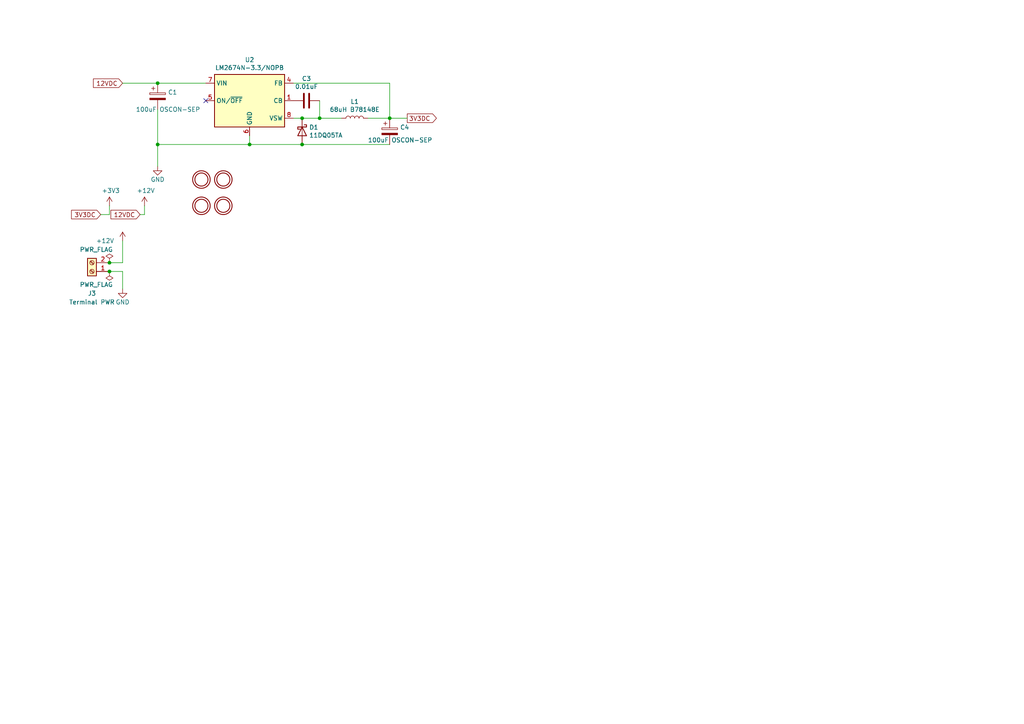
<source format=kicad_sch>
(kicad_sch (version 20211123) (generator eeschema)
  (paper "A4")
  (lib_symbols
    (symbol "Arduino_WS_Led_Controller-eagle-import:MOUNTINGHOLE3.0THIN" (pin_names (offset 1.016))
      (symbol "MOUNTINGHOLE3.0THIN_1_0"
        (circle (center 0 0) (radius 1.905) (stroke (width 0.254)))
        (circle (center 0 0) (radius 2.54) (stroke (width 0.254)))
      )
    )
    (symbol "Connector:Screw_Terminal_01x02" (pin_names (offset 1.016) hide)
      (property "Reference" "J" (at 0 2.54 0))
      (property "Value" "Screw_Terminal_01x02" (at 0 -5.08 0))
      (symbol "Screw_Terminal_01x02_1_1"
        (rectangle (start -1.27 1.27) (end 1.27 -3.81) (stroke (width 0.254)) (fill (type background)))
        (circle (center 0 -2.54) (radius 0.635) (stroke (width 0.1524)))
        (polyline (pts (xy -0.5334 -2.2098) (xy 0.3302 -3.048)) (stroke (width 0.1524)))
        (polyline (pts (xy -0.5334 0.3302) (xy 0.3302 -0.508)) (stroke (width 0.1524)))
        (polyline (pts (xy -0.3556 -2.032) (xy 0.508 -2.8702)) (stroke (width 0.1524)))
        (polyline (pts (xy -0.3556 0.508) (xy 0.508 -0.3302)) (stroke (width 0.1524)))
        (circle (center 0 0) (radius 0.635) (stroke (width 0.1524)))
        (pin passive line (at -5.08 0 0) (length 3.81) (name "Pin_1") (number "1"))
        (pin passive line (at -5.08 -2.54 0) (length 3.81) (name "Pin_2") (number "2"))
      )
    )
    (symbol "Device:C" (pin_numbers hide) (pin_names (offset 0.254))
      (property "Reference" "C" (at 0.635 2.54 0))
      (property "Value" "C" (at 0.635 -2.54 0))
      (symbol "C_0_1"
        (polyline (pts (xy -2.032 -0.762) (xy 2.032 -0.762)) (stroke (width 0.508)))
        (polyline (pts (xy -2.032 0.762) (xy 2.032 0.762)) (stroke (width 0.508)))
      )
      (symbol "C_1_1"
        (pin passive line (at 0 3.81 270) (length 2.794) (name "~") (number "1"))
        (pin passive line (at 0 -3.81 90) (length 2.794) (name "~") (number "2"))
      )
    )
    (symbol "Device:CP" (pin_numbers hide) (pin_names (offset 0.254))
      (property "Reference" "C" (at 0.635 2.54 0))
      (property "Value" "Device_CP" (at 0.635 -2.54 0))
      (symbol "CP_0_1"
        (rectangle (start -2.286 0.508) (end 2.286 1.016))
        (polyline (pts (xy -1.778 2.286) (xy -0.762 2.286)))
        (polyline (pts (xy -1.27 2.794) (xy -1.27 1.778)))
        (rectangle (start 2.286 -0.508) (end -2.286 -1.016) (fill (type outline)))
      )
      (symbol "CP_1_1"
        (pin passive line (at 0 3.81 270) (length 2.794) (name "~") (number "1"))
        (pin passive line (at 0 -3.81 90) (length 2.794) (name "~") (number "2"))
      )
    )
    (symbol "Device:D_Schottky" (pin_numbers hide) (pin_names (offset 1.016) hide)
      (property "Reference" "D" (at 0 2.54 0))
      (property "Value" "D_Schottky" (at 0 -2.54 0))
      (symbol "D_Schottky_0_1"
        (polyline (pts (xy 1.27 0) (xy -1.27 0)))
        (polyline (pts (xy 1.27 1.27) (xy 1.27 -1.27) (xy -1.27 0) (xy 1.27 1.27)) (stroke (width 0.254)))
        (polyline (pts (xy -1.905 0.635) (xy -1.905 1.27) (xy -1.27 1.27) (xy -1.27 -1.27) (xy -0.635 -1.27) (xy -0.635 -0.635)) (stroke (width 0.254)))
      )
      (symbol "D_Schottky_1_1"
        (pin passive line (at -3.81 0 0) (length 2.54) (name "K") (number "1"))
        (pin passive line (at 3.81 0 180) (length 2.54) (name "A") (number "2"))
      )
    )
    (symbol "Device:L" (pin_numbers hide) (pin_names (offset 1.016) hide)
      (property "Reference" "L" (at -1.27 0 90))
      (property "Value" "L" (at 1.905 0 90))
      (symbol "L_0_1"
        (arc (start 0 -2.54) (mid 0.635 -1.905) (end 0 -1.27))
        (arc (start 0 -1.27) (mid 0.635 -0.635) (end 0 0))
        (arc (start 0 0) (mid 0.635 0.635) (end 0 1.27))
        (arc (start 0 1.27) (mid 0.635 1.905) (end 0 2.54))
      )
      (symbol "L_1_1"
        (pin passive line (at 0 3.81 270) (length 1.27) (name "1") (number "1"))
        (pin passive line (at 0 -3.81 90) (length 1.27) (name "2") (number "2"))
      )
    )
    (symbol "Regulator_Switching:LM2674M-3.3"
      (property "Reference" "U" (at -10.16 8.89 0))
      (property "Value" "LM2674M-3.3" (at 0 8.89 0))
      (symbol "LM2674M-3.3_0_1"
        (rectangle (start -10.16 7.62) (end 10.16 -7.62) (stroke (width 0.254)) (fill (type background)))
      )
      (symbol "LM2674M-3.3_1_1"
        (pin input line (at 12.7 0 180) (length 2.54) (name "CB") (number "1"))
        (pin no_connect line (at -10.16 -2.54 0) (length 2.54) hide (name "NC") (number "2"))
        (pin no_connect line (at -10.16 -5.08 0) (length 2.54) hide (name "NC") (number "3"))
        (pin input line (at 12.7 5.08 180) (length 2.54) (name "FB") (number "4"))
        (pin input line (at -12.7 0 0) (length 2.54) (name "ON/~{OFF}") (number "5"))
        (pin power_in line (at 0 -10.16 90) (length 2.54) (name "GND") (number "6"))
        (pin power_in line (at -12.7 5.08 0) (length 2.54) (name "VIN") (number "7"))
        (pin output line (at 12.7 -5.08 180) (length 2.54) (name "VSW") (number "8"))
      )
    )
    (symbol "power:+12V" (power) (pin_names (offset 0))
      (property "Value" "+12V" (at 0 3.556 0))
      (symbol "+12V_0_1"
        (polyline (pts (xy -0.762 1.27) (xy 0 2.54)))
        (polyline (pts (xy 0 0) (xy 0 2.54)))
        (polyline (pts (xy 0 2.54) (xy 0.762 1.27)))
      )
      (symbol "+12V_1_1"
        (pin power_in line (at 0 0 90) (length 0) hide (name "+12V") (number "1"))
      )
    )
    (symbol "power:+3.3V" (power) (pin_names (offset 0))
      (property "Value" "+3.3V" (at 0 3.556 0))
      (symbol "+3.3V_0_1"
        (polyline (pts (xy -0.762 1.27) (xy 0 2.54)))
        (polyline (pts (xy 0 0) (xy 0 2.54)))
        (polyline (pts (xy 0 2.54) (xy 0.762 1.27)))
      )
      (symbol "+3.3V_1_1"
        (pin power_in line (at 0 0 90) (length 0) hide (name "+3V3") (number "1"))
      )
    )
    (symbol "power:GND" (power) (pin_names (offset 0))
      (property "Value" "GND" (at 0 -3.81 0))
      (symbol "GND_0_1"
        (polyline (pts (xy 0 0) (xy 0 -1.27) (xy 1.27 -1.27) (xy 0 -2.54) (xy -1.27 -1.27) (xy 0 -1.27)))
      )
      (symbol "GND_1_1"
        (pin power_in line (at 0 0 270) (length 0) hide (name "GND") (number "1"))
      )
    )
    (symbol "power:PWR_FLAG" (power) (pin_numbers hide) (pin_names (offset 0) hide)
      (property "Value" "PWR_FLAG" (at 0 3.81 0))
      (symbol "PWR_FLAG_0_0"
        (pin power_out line (at 0 0 90) (length 0) (name "pwr") (number "1"))
      )
      (symbol "PWR_FLAG_0_1"
        (polyline (pts (xy 0 0) (xy 0 1.27) (xy -1.016 1.905) (xy 0 2.54) (xy 1.016 1.905) (xy 0 1.27)))
      )
    )
  )
  (junction (at 87.63 41.91))
  (junction (at 72.39 41.91))
  (junction (at 113.03 34.29))
  (junction (at 92.71 34.29))
  (junction (at 45.72 24.13))
  (junction (at 31.75 78.74))
  (junction (at 87.63 34.29))
  (junction (at 45.72 41.91))
  (junction (at 31.75 76.2))
  (no_connect (at 59.69 29.21))
  (wire (pts (xy 85.09 34.29) (xy 87.63 34.29)))
  (wire (pts (xy 35.56 24.13) (xy 45.72 24.13)))
  (wire (pts (xy 40.64 62.23) (xy 41.91 62.23)))
  (wire (pts (xy 87.63 41.91) (xy 113.03 41.91)))
  (wire (pts (xy 87.63 34.29) (xy 92.71 34.29)))
  (wire (pts (xy 31.75 62.23) (xy 31.75 59.69)))
  (wire (pts (xy 35.56 78.74) (xy 35.56 83.82)))
  (wire (pts (xy 72.39 39.37) (xy 72.39 41.91)))
  (wire (pts (xy 99.06 34.29) (xy 92.71 34.29)))
  (wire (pts (xy 113.03 34.29) (xy 118.11 34.29)))
  (wire (pts (xy 35.56 78.74) (xy 31.75 78.74)))
  (wire (pts (xy 35.56 76.2) (xy 35.56 69.85)))
  (wire (pts (xy 92.71 34.29) (xy 92.71 29.21)))
  (wire (pts (xy 85.09 24.13) (xy 113.03 24.13)))
  (wire (pts (xy 45.72 31.75) (xy 45.72 41.91)))
  (wire (pts (xy 72.39 41.91) (xy 87.63 41.91)))
  (wire (pts (xy 106.68 34.29) (xy 113.03 34.29)))
  (wire (pts (xy 45.72 24.13) (xy 59.69 24.13)))
  (wire (pts (xy 72.39 41.91) (xy 45.72 41.91)))
  (wire (pts (xy 45.72 41.91) (xy 45.72 48.26)))
  (wire (pts (xy 41.91 62.23) (xy 41.91 59.69)))
  (wire (pts (xy 113.03 34.29) (xy 113.03 24.13)))
  (wire (pts (xy 31.75 76.2) (xy 35.56 76.2)))
  (wire (pts (xy 29.21 62.23) (xy 31.75 62.23)))
  (global_label "3V3DC" (shape input) (at 29.21 62.23 180) (property "Intersheet References" "${INTERSHEET_REFS}" (effects hide)))
  (global_label "12VDC" (shape input) (at 40.64 62.23 180) (property "Intersheet References" "${INTERSHEET_REFS}" (effects hide)))
  (global_label "3V3DC" (shape output) (at 118.11 34.29 0) (property "Intersheet References" "${INTERSHEET_REFS}" (effects hide)))
  (global_label "12VDC" (shape input) (at 35.56 24.13 180) (property "Intersheet References" "${INTERSHEET_REFS}" (effects hide)))
  (symbol (lib_id "power:+12V") (at 41.91 59.69 0) (unit 1)
    (property "Reference" "#PWR09" (effects hide))
    (property "Value" "+12V" (at 42.291 55.2958 0))
  )
  (symbol (lib_id "power:+3.3V") (at 31.75 59.69 0) (unit 1)
    (property "Reference" "#PWR08" (effects hide))
    (property "Value" "+3.3V" (at 32.131 55.2958 0))
  )
  (symbol (lib_id "Connector:Screw_Terminal_01x02") (at 26.67 78.74 180) (unit 1)
    (property "Reference" "J3" (at 26.67 85.09 0))
    (property "Value" "Terminal PWR" (at 26.67 87.63 0))
    (property "Footprint" "TerminalBlock:TerminalBlock_Altech_AK300-2_P5.00mm" (effects hide))
  )
  (symbol (lib_id "Regulator_Switching:LM2674M-3.3") (at 72.39 29.21 0) (unit 1)
    (property "Reference" "U2" (at 72.39 17.3482 0))
    (property "Value" "LM2674N-3.3/NOPB" (at 72.39 19.6596 0))
    (property "Footprint" "Package_DIP:DIP-8_W7.62mm_Socket" (effects hide))
    (property "Datasheet" "http://www.ti.com/lit/ds/symlink/lm2674.pdf" (effects hide))
  )
  (symbol (lib_id "Device:CP") (at 45.72 27.94 0) (unit 1)
    (property "Reference" "C1" (at 48.7172 26.7716 0) (effects (justify left)))
    (property "Value" "100uF OSCON-SEP" (at 39.37 31.75 0) (effects (justify left)))
    (property "Footprint" "Capacitor_THT:CP_Radial_D8.0mm_P3.50mm" (effects hide))
  )
  (symbol (lib_id "Device:C") (at 88.9 29.21 270) (unit 1)
    (property "Reference" "C3" (at 88.9 22.8092 90))
    (property "Value" "0.01uF" (at 88.9 25.1206 90))
    (property "Footprint" "Capacitor_THT:C_Disc_D5.0mm_W2.5mm_P5.00mm" (effects hide))
  )
  (symbol (lib_id "Device:L") (at 102.87 34.29 90) (unit 1)
    (property "Reference" "L1" (at 102.87 29.464 90))
    (property "Value" "68uH B78148E" (at 102.87 31.7754 90))
    (property "Footprint" "Inductor_THT:L_Axial_L14.0mm_D4.5mm_P5.08mm_Vertical_Fastron_LACC" (effects hide))
  )
  (symbol (lib_id "Device:CP") (at 113.03 38.1 0) (unit 1)
    (property "Reference" "C4" (at 116.0272 36.9316 0) (effects (justify left)))
    (property "Value" "100uF OSCON-SEP" (at 106.68 40.64 0) (effects (justify left)))
    (property "Footprint" "Capacitor_THT:CP_Radial_D8.0mm_P3.50mm" (effects hide))
  )
  (symbol (lib_id "Device:D_Schottky") (at 87.63 38.1 270) (unit 1)
    (property "Reference" "D1" (at 89.662 36.9316 90) (effects (justify left)))
    (property "Value" "11DQ05TA" (at 89.662 39.243 90) (effects (justify left)))
    (property "Footprint" "Diode_THT:D_A-405_P7.62mm_Horizontal" (effects hide))
  )
  (symbol (lib_id "power:+12V") (at 35.56 69.85 0) (unit 1)
    (property "Reference" "#PWR011" (effects hide))
    (property "Value" "+12V" (at 30.48 69.85 0))
  )
  (symbol (lib_id "power:GND") (at 35.56 83.82 0) (unit 1)
    (property "Reference" "#PWR012" (effects hide))
    (property "Value" "GND" (at 35.56 87.63 0))
  )
  (symbol (lib_id "power:PWR_FLAG") (at 31.75 76.2 0) (unit 1)
    (property "Reference" "#FLG01" (effects hide))
    (property "Value" "PWR_FLAG" (at 27.94 72.39 0))
  )
  (symbol (lib_id "power:GND") (at 45.72 48.26 0) (unit 1)
    (property "Reference" "#PWR02" (effects hide))
    (property "Value" "GND" (at 45.72 52.07 0))
  )
  (symbol (lib_id "power:PWR_FLAG") (at 31.75 78.74 180) (unit 1)
    (property "Reference" "#FLG02" (effects hide))
    (property "Value" "PWR_FLAG" (at 27.94 82.55 0))
  )
  (symbol (lib_id "Arduino_WS_Led_Controller-eagle-import:MOUNTINGHOLE3.0THIN") (at 64.77 52.07 0) (unit 1)
    (property "Reference" "U7" (effects hide))
    (property "Value" "MOUNTINGHOLE3.0THIN" (effects hide))
    (property "Footprint" "MountingHole:MountingHole_3.2mm_M3" (effects hide))
  )
  (symbol (lib_id "Arduino_WS_Led_Controller-eagle-import:MOUNTINGHOLE3.0THIN") (at 58.42 52.07 0) (unit 1)
    (property "Reference" "U5" (effects hide))
    (property "Value" "MOUNTINGHOLE3.0THIN" (effects hide))
    (property "Footprint" "MountingHole:MountingHole_3.2mm_M3" (effects hide))
  )
  (symbol (lib_id "Arduino_WS_Led_Controller-eagle-import:MOUNTINGHOLE3.0THIN") (at 58.42 59.69 0) (unit 1)
    (property "Reference" "U6" (effects hide))
    (property "Value" "MOUNTINGHOLE3.0THIN" (effects hide))
    (property "Footprint" "MountingHole:MountingHole_3.2mm_M3" (effects hide))
  )
  (symbol (lib_id "Arduino_WS_Led_Controller-eagle-import:MOUNTINGHOLE3.0THIN") (at 64.77 59.69 0) (unit 1)
    (property "Reference" "U8" (effects hide))
    (property "Value" "MOUNTINGHOLE3.0THIN" (effects hide))
    (property "Footprint" "MountingHole:MountingHole_3.2mm_M3" (effects hide))
  )
)
</source>
